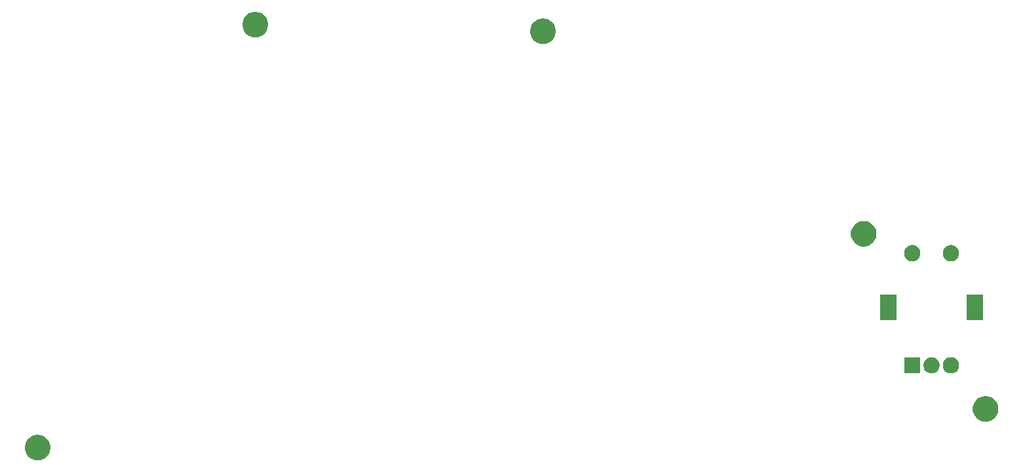
<source format=gbr>
G04 #@! TF.GenerationSoftware,KiCad,Pcbnew,5.1.5+dfsg1-2build2*
G04 #@! TF.CreationDate,2021-02-19T16:21:08+00:00*
G04 #@! TF.ProjectId,plate,706c6174-652e-46b6-9963-61645f706362,rev?*
G04 #@! TF.SameCoordinates,Original*
G04 #@! TF.FileFunction,Soldermask,Bot*
G04 #@! TF.FilePolarity,Negative*
%FSLAX46Y46*%
G04 Gerber Fmt 4.6, Leading zero omitted, Abs format (unit mm)*
G04 Created by KiCad (PCBNEW 5.1.5+dfsg1-2build2) date 2021-02-19 16:21:08*
%MOMM*%
%LPD*%
G04 APERTURE LIST*
%ADD10C,0.100000*%
G04 APERTURE END LIST*
D10*
G36*
X66136256Y-135704298D02*
G01*
X66242579Y-135725447D01*
X66543042Y-135849903D01*
X66813451Y-136030585D01*
X67043415Y-136260549D01*
X67224097Y-136530958D01*
X67348553Y-136831421D01*
X67412000Y-137150391D01*
X67412000Y-137475609D01*
X67348553Y-137794579D01*
X67224097Y-138095042D01*
X67043415Y-138365451D01*
X66813451Y-138595415D01*
X66543042Y-138776097D01*
X66242579Y-138900553D01*
X66136256Y-138921702D01*
X65923611Y-138964000D01*
X65598389Y-138964000D01*
X65385744Y-138921702D01*
X65279421Y-138900553D01*
X64978958Y-138776097D01*
X64708549Y-138595415D01*
X64478585Y-138365451D01*
X64297903Y-138095042D01*
X64173447Y-137794579D01*
X64110000Y-137475609D01*
X64110000Y-137150391D01*
X64173447Y-136831421D01*
X64297903Y-136530958D01*
X64478585Y-136260549D01*
X64708549Y-136030585D01*
X64978958Y-135849903D01*
X65279421Y-135725447D01*
X65385744Y-135704298D01*
X65598389Y-135662000D01*
X65923611Y-135662000D01*
X66136256Y-135704298D01*
G37*
G36*
X188614256Y-130700298D02*
G01*
X188720579Y-130721447D01*
X189021042Y-130845903D01*
X189291451Y-131026585D01*
X189521415Y-131256549D01*
X189702097Y-131526958D01*
X189826553Y-131827421D01*
X189890000Y-132146391D01*
X189890000Y-132471609D01*
X189826553Y-132790579D01*
X189702097Y-133091042D01*
X189521415Y-133361451D01*
X189291451Y-133591415D01*
X189021042Y-133772097D01*
X188720579Y-133896553D01*
X188614256Y-133917702D01*
X188401611Y-133960000D01*
X188076389Y-133960000D01*
X187863744Y-133917702D01*
X187757421Y-133896553D01*
X187456958Y-133772097D01*
X187186549Y-133591415D01*
X186956585Y-133361451D01*
X186775903Y-133091042D01*
X186651447Y-132790579D01*
X186588000Y-132471609D01*
X186588000Y-132146391D01*
X186651447Y-131827421D01*
X186775903Y-131526958D01*
X186956585Y-131256549D01*
X187186549Y-131026585D01*
X187456958Y-130845903D01*
X187757421Y-130721447D01*
X187863744Y-130700298D01*
X188076389Y-130658000D01*
X188401611Y-130658000D01*
X188614256Y-130700298D01*
G37*
G36*
X179816000Y-127721000D02*
G01*
X177714000Y-127721000D01*
X177714000Y-125619000D01*
X179816000Y-125619000D01*
X179816000Y-127721000D01*
G37*
G36*
X184071564Y-125659389D02*
G01*
X184262833Y-125738615D01*
X184262835Y-125738616D01*
X184434973Y-125853635D01*
X184581365Y-126000027D01*
X184696385Y-126172167D01*
X184775611Y-126363436D01*
X184816000Y-126566484D01*
X184816000Y-126773516D01*
X184775611Y-126976564D01*
X184696385Y-127167833D01*
X184696384Y-127167835D01*
X184581365Y-127339973D01*
X184434973Y-127486365D01*
X184262835Y-127601384D01*
X184262834Y-127601385D01*
X184262833Y-127601385D01*
X184071564Y-127680611D01*
X183868516Y-127721000D01*
X183661484Y-127721000D01*
X183458436Y-127680611D01*
X183267167Y-127601385D01*
X183267166Y-127601385D01*
X183267165Y-127601384D01*
X183095027Y-127486365D01*
X182948635Y-127339973D01*
X182833616Y-127167835D01*
X182833615Y-127167833D01*
X182754389Y-126976564D01*
X182714000Y-126773516D01*
X182714000Y-126566484D01*
X182754389Y-126363436D01*
X182833615Y-126172167D01*
X182948635Y-126000027D01*
X183095027Y-125853635D01*
X183267165Y-125738616D01*
X183267167Y-125738615D01*
X183458436Y-125659389D01*
X183661484Y-125619000D01*
X183868516Y-125619000D01*
X184071564Y-125659389D01*
G37*
G36*
X181571564Y-125659389D02*
G01*
X181762833Y-125738615D01*
X181762835Y-125738616D01*
X181934973Y-125853635D01*
X182081365Y-126000027D01*
X182196385Y-126172167D01*
X182275611Y-126363436D01*
X182316000Y-126566484D01*
X182316000Y-126773516D01*
X182275611Y-126976564D01*
X182196385Y-127167833D01*
X182196384Y-127167835D01*
X182081365Y-127339973D01*
X181934973Y-127486365D01*
X181762835Y-127601384D01*
X181762834Y-127601385D01*
X181762833Y-127601385D01*
X181571564Y-127680611D01*
X181368516Y-127721000D01*
X181161484Y-127721000D01*
X180958436Y-127680611D01*
X180767167Y-127601385D01*
X180767166Y-127601385D01*
X180767165Y-127601384D01*
X180595027Y-127486365D01*
X180448635Y-127339973D01*
X180333616Y-127167835D01*
X180333615Y-127167833D01*
X180254389Y-126976564D01*
X180214000Y-126773516D01*
X180214000Y-126566484D01*
X180254389Y-126363436D01*
X180333615Y-126172167D01*
X180448635Y-126000027D01*
X180595027Y-125853635D01*
X180767165Y-125738616D01*
X180767167Y-125738615D01*
X180958436Y-125659389D01*
X181161484Y-125619000D01*
X181368516Y-125619000D01*
X181571564Y-125659389D01*
G37*
G36*
X187916000Y-120821000D02*
G01*
X185814000Y-120821000D01*
X185814000Y-117519000D01*
X187916000Y-117519000D01*
X187916000Y-120821000D01*
G37*
G36*
X176716000Y-120821000D02*
G01*
X174614000Y-120821000D01*
X174614000Y-117519000D01*
X176716000Y-117519000D01*
X176716000Y-120821000D01*
G37*
G36*
X179071564Y-111159389D02*
G01*
X179262833Y-111238615D01*
X179262835Y-111238616D01*
X179264237Y-111239553D01*
X179434973Y-111353635D01*
X179581365Y-111500027D01*
X179696385Y-111672167D01*
X179775611Y-111863436D01*
X179816000Y-112066484D01*
X179816000Y-112273516D01*
X179775611Y-112476564D01*
X179696385Y-112667833D01*
X179696384Y-112667835D01*
X179581365Y-112839973D01*
X179434973Y-112986365D01*
X179262835Y-113101384D01*
X179262834Y-113101385D01*
X179262833Y-113101385D01*
X179071564Y-113180611D01*
X178868516Y-113221000D01*
X178661484Y-113221000D01*
X178458436Y-113180611D01*
X178267167Y-113101385D01*
X178267166Y-113101385D01*
X178267165Y-113101384D01*
X178095027Y-112986365D01*
X177948635Y-112839973D01*
X177833616Y-112667835D01*
X177833615Y-112667833D01*
X177754389Y-112476564D01*
X177714000Y-112273516D01*
X177714000Y-112066484D01*
X177754389Y-111863436D01*
X177833615Y-111672167D01*
X177948635Y-111500027D01*
X178095027Y-111353635D01*
X178265763Y-111239553D01*
X178267165Y-111238616D01*
X178267167Y-111238615D01*
X178458436Y-111159389D01*
X178661484Y-111119000D01*
X178868516Y-111119000D01*
X179071564Y-111159389D01*
G37*
G36*
X184071564Y-111159389D02*
G01*
X184262833Y-111238615D01*
X184262835Y-111238616D01*
X184264237Y-111239553D01*
X184434973Y-111353635D01*
X184581365Y-111500027D01*
X184696385Y-111672167D01*
X184775611Y-111863436D01*
X184816000Y-112066484D01*
X184816000Y-112273516D01*
X184775611Y-112476564D01*
X184696385Y-112667833D01*
X184696384Y-112667835D01*
X184581365Y-112839973D01*
X184434973Y-112986365D01*
X184262835Y-113101384D01*
X184262834Y-113101385D01*
X184262833Y-113101385D01*
X184071564Y-113180611D01*
X183868516Y-113221000D01*
X183661484Y-113221000D01*
X183458436Y-113180611D01*
X183267167Y-113101385D01*
X183267166Y-113101385D01*
X183267165Y-113101384D01*
X183095027Y-112986365D01*
X182948635Y-112839973D01*
X182833616Y-112667835D01*
X182833615Y-112667833D01*
X182754389Y-112476564D01*
X182714000Y-112273516D01*
X182714000Y-112066484D01*
X182754389Y-111863436D01*
X182833615Y-111672167D01*
X182948635Y-111500027D01*
X183095027Y-111353635D01*
X183265763Y-111239553D01*
X183267165Y-111238616D01*
X183267167Y-111238615D01*
X183458436Y-111159389D01*
X183661484Y-111119000D01*
X183868516Y-111119000D01*
X184071564Y-111159389D01*
G37*
G36*
X172866256Y-108043298D02*
G01*
X172972579Y-108064447D01*
X173273042Y-108188903D01*
X173543451Y-108369585D01*
X173773415Y-108599549D01*
X173954097Y-108869958D01*
X174078553Y-109170421D01*
X174142000Y-109489391D01*
X174142000Y-109814609D01*
X174078553Y-110133579D01*
X173954097Y-110434042D01*
X173773415Y-110704451D01*
X173543451Y-110934415D01*
X173273042Y-111115097D01*
X173273041Y-111115098D01*
X173273040Y-111115098D01*
X173185037Y-111151550D01*
X172972579Y-111239553D01*
X172866256Y-111260702D01*
X172653611Y-111303000D01*
X172328389Y-111303000D01*
X172115744Y-111260702D01*
X172009421Y-111239553D01*
X171796963Y-111151550D01*
X171708960Y-111115098D01*
X171708959Y-111115098D01*
X171708958Y-111115097D01*
X171438549Y-110934415D01*
X171208585Y-110704451D01*
X171027903Y-110434042D01*
X170903447Y-110133579D01*
X170840000Y-109814609D01*
X170840000Y-109489391D01*
X170903447Y-109170421D01*
X171027903Y-108869958D01*
X171208585Y-108599549D01*
X171438549Y-108369585D01*
X171708958Y-108188903D01*
X172009421Y-108064447D01*
X172115744Y-108043298D01*
X172328389Y-108001000D01*
X172653611Y-108001000D01*
X172866256Y-108043298D01*
G37*
G36*
X131439256Y-81855698D02*
G01*
X131545579Y-81876847D01*
X131846042Y-82001303D01*
X132116451Y-82181985D01*
X132346415Y-82411949D01*
X132527097Y-82682358D01*
X132651553Y-82982821D01*
X132715000Y-83301791D01*
X132715000Y-83627009D01*
X132651553Y-83945979D01*
X132527097Y-84246442D01*
X132346415Y-84516851D01*
X132116451Y-84746815D01*
X131846042Y-84927497D01*
X131545579Y-85051953D01*
X131439256Y-85073102D01*
X131226611Y-85115400D01*
X130901389Y-85115400D01*
X130688744Y-85073102D01*
X130582421Y-85051953D01*
X130281958Y-84927497D01*
X130011549Y-84746815D01*
X129781585Y-84516851D01*
X129600903Y-84246442D01*
X129476447Y-83945979D01*
X129413000Y-83627009D01*
X129413000Y-83301791D01*
X129476447Y-82982821D01*
X129600903Y-82682358D01*
X129781585Y-82411949D01*
X130011549Y-82181985D01*
X130281958Y-82001303D01*
X130582421Y-81876847D01*
X130688744Y-81855698D01*
X130901389Y-81813400D01*
X131226611Y-81813400D01*
X131439256Y-81855698D01*
G37*
G36*
X94253256Y-80992098D02*
G01*
X94359579Y-81013247D01*
X94660042Y-81137703D01*
X94930451Y-81318385D01*
X95160415Y-81548349D01*
X95341097Y-81818758D01*
X95465553Y-82119221D01*
X95529000Y-82438191D01*
X95529000Y-82763409D01*
X95465553Y-83082379D01*
X95341097Y-83382842D01*
X95160415Y-83653251D01*
X94930451Y-83883215D01*
X94660042Y-84063897D01*
X94359579Y-84188353D01*
X94253256Y-84209502D01*
X94040611Y-84251800D01*
X93715389Y-84251800D01*
X93502744Y-84209502D01*
X93396421Y-84188353D01*
X93095958Y-84063897D01*
X92825549Y-83883215D01*
X92595585Y-83653251D01*
X92414903Y-83382842D01*
X92290447Y-83082379D01*
X92227000Y-82763409D01*
X92227000Y-82438191D01*
X92290447Y-82119221D01*
X92414903Y-81818758D01*
X92595585Y-81548349D01*
X92825549Y-81318385D01*
X93095958Y-81137703D01*
X93396421Y-81013247D01*
X93502744Y-80992098D01*
X93715389Y-80949800D01*
X94040611Y-80949800D01*
X94253256Y-80992098D01*
G37*
M02*

</source>
